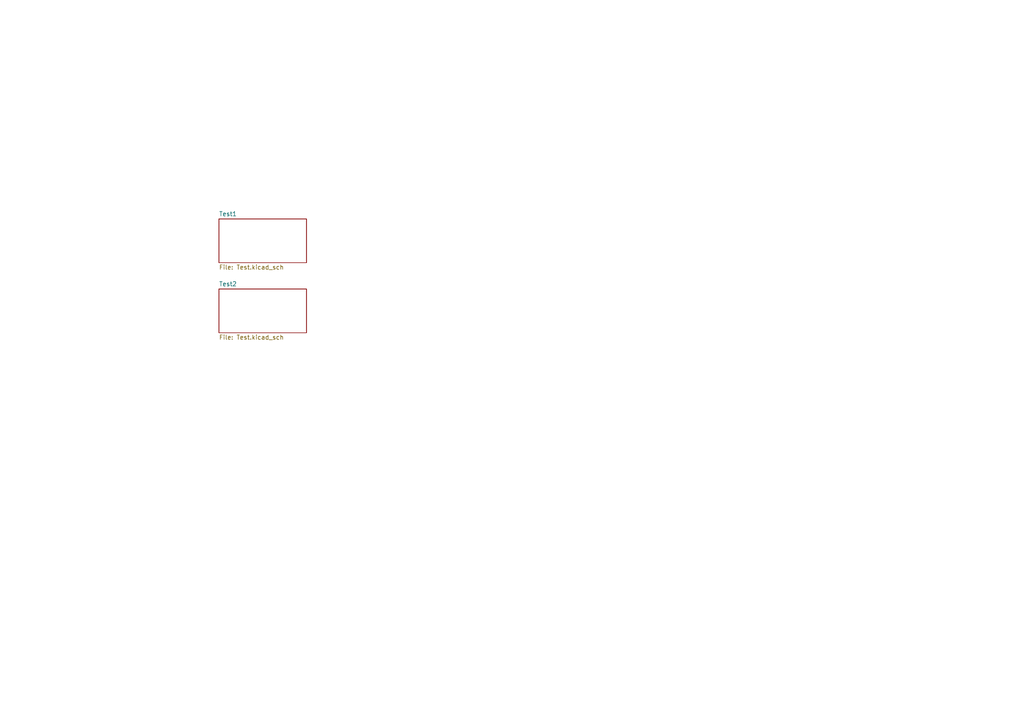
<source format=kicad_sch>
(kicad_sch
	(version 20250114)
	(generator "eeschema")
	(generator_version "9.0")
	(uuid "498bac11-840c-4b9c-8c40-95416b6d764e")
	(paper "A4")
	(lib_symbols)
	(sheet
		(at 63.5 63.5)
		(size 25.4 12.7)
		(exclude_from_sim no)
		(in_bom yes)
		(on_board yes)
		(dnp no)
		(fields_autoplaced yes)
		(stroke
			(width 0.1524)
			(type solid)
		)
		(fill
			(color 0 0 0 0.0000)
		)
		(uuid "974a0092-e266-4c17-a0ad-0420d2f0f044")
		(property "Sheetname" "Test1"
			(at 63.5 62.7884 0)
			(effects
				(font
					(size 1.27 1.27)
				)
				(justify left bottom)
			)
		)
		(property "Sheetfile" "Test.kicad_sch"
			(at 63.5 76.7846 0)
			(effects
				(font
					(size 1.27 1.27)
				)
				(justify left top)
			)
		)
		(instances
			(project "issue21184"
				(path "/498bac11-840c-4b9c-8c40-95416b6d764e"
					(page "2")
				)
			)
		)
	)
	(sheet
		(at 63.5 83.82)
		(size 25.4 12.7)
		(exclude_from_sim no)
		(in_bom yes)
		(on_board yes)
		(dnp no)
		(fields_autoplaced yes)
		(stroke
			(width 0.1524)
			(type solid)
		)
		(fill
			(color 0 0 0 0.0000)
		)
		(uuid "a2e4406d-77db-4c93-91c7-9c2044625396")
		(property "Sheetname" "Test2"
			(at 63.5 83.1084 0)
			(effects
				(font
					(size 1.27 1.27)
				)
				(justify left bottom)
			)
		)
		(property "Sheetfile" "Test.kicad_sch"
			(at 63.5 97.1046 0)
			(effects
				(font
					(size 1.27 1.27)
				)
				(justify left top)
			)
		)
		(instances
			(project "issue21184"
				(path "/498bac11-840c-4b9c-8c40-95416b6d764e"
					(page "3")
				)
			)
		)
	)
	(sheet_instances
		(path "/"
			(page "1")
		)
	)
	(embedded_fonts no)
)

</source>
